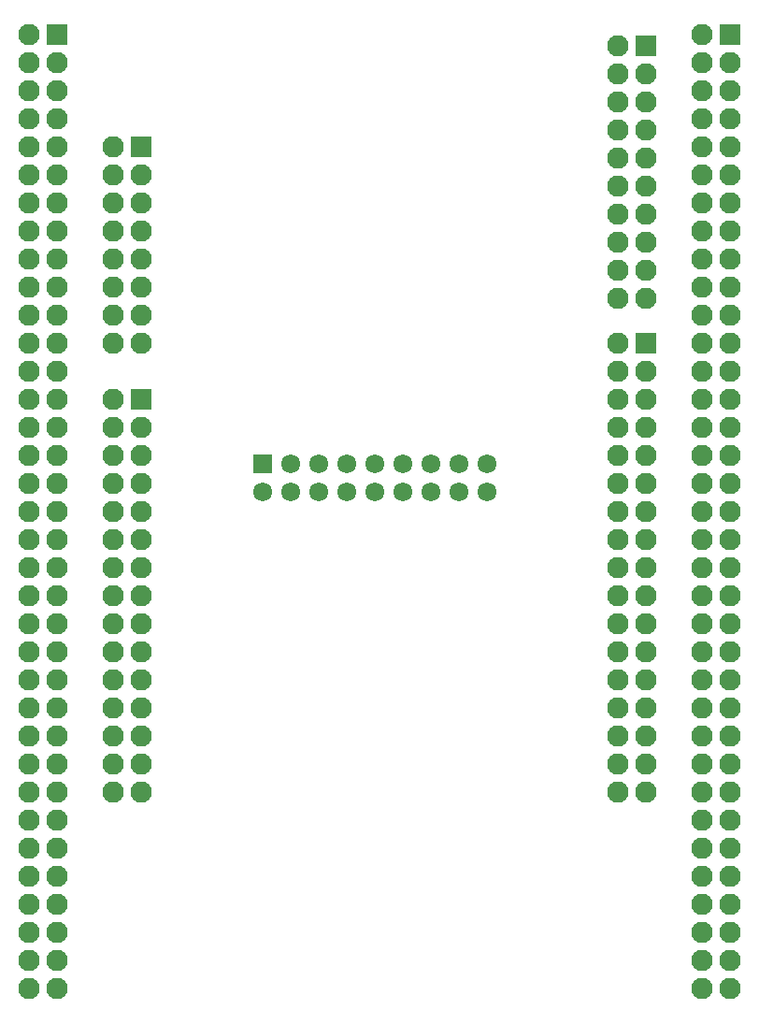
<source format=gts>
G04*
G04 #@! TF.GenerationSoftware,Altium Limited,Altium Designer,21.9.2 (33)*
G04*
G04 Layer_Color=8388736*
%FSTAX24Y24*%
%MOIN*%
G70*
G04*
G04 #@! TF.SameCoordinates,13D17465-D8B6-41DB-B493-114FC984BDD6*
G04*
G04*
G04 #@! TF.FilePolarity,Negative*
G04*
G01*
G75*
%ADD11R,0.0768X0.0768*%
%ADD12C,0.0768*%
%ADD13C,0.0678*%
%ADD14R,0.0678X0.0678*%
D11*
X035669Y049225D02*
D03*
X011669Y049235D02*
D03*
X032669Y038235D02*
D03*
X014669Y036235D02*
D03*
Y045235D02*
D03*
X032669Y048835D02*
D03*
D12*
X035669Y048225D02*
D03*
Y047225D02*
D03*
Y046225D02*
D03*
X034669Y047225D02*
D03*
Y048225D02*
D03*
Y049225D02*
D03*
Y046225D02*
D03*
Y043225D02*
D03*
Y045225D02*
D03*
Y044225D02*
D03*
X035669Y043225D02*
D03*
Y044225D02*
D03*
Y045225D02*
D03*
Y040225D02*
D03*
Y039225D02*
D03*
Y038225D02*
D03*
X034669Y039225D02*
D03*
Y040225D02*
D03*
Y038225D02*
D03*
Y041225D02*
D03*
Y042225D02*
D03*
X035669Y041225D02*
D03*
Y042225D02*
D03*
Y032225D02*
D03*
Y031225D02*
D03*
X034669Y032225D02*
D03*
Y031225D02*
D03*
Y030225D02*
D03*
Y029225D02*
D03*
X035669D02*
D03*
Y030225D02*
D03*
Y035225D02*
D03*
Y034225D02*
D03*
Y033225D02*
D03*
X034669Y034225D02*
D03*
Y035225D02*
D03*
Y033225D02*
D03*
Y036225D02*
D03*
Y037225D02*
D03*
X035669Y036225D02*
D03*
Y037225D02*
D03*
Y028225D02*
D03*
X034669D02*
D03*
X035669Y016225D02*
D03*
Y015225D02*
D03*
X034669Y016225D02*
D03*
Y015225D02*
D03*
X035669Y021225D02*
D03*
Y020225D02*
D03*
X034669Y021225D02*
D03*
Y020225D02*
D03*
Y017225D02*
D03*
Y019225D02*
D03*
Y018225D02*
D03*
X035669Y017225D02*
D03*
Y018225D02*
D03*
Y019225D02*
D03*
Y024225D02*
D03*
Y023225D02*
D03*
Y022225D02*
D03*
X034669Y023225D02*
D03*
Y024225D02*
D03*
Y022225D02*
D03*
Y025225D02*
D03*
Y027225D02*
D03*
Y026225D02*
D03*
X035669Y025225D02*
D03*
Y026225D02*
D03*
Y027225D02*
D03*
X011669Y048235D02*
D03*
Y047235D02*
D03*
Y046235D02*
D03*
X010669Y047235D02*
D03*
Y048235D02*
D03*
Y049235D02*
D03*
Y046235D02*
D03*
Y043235D02*
D03*
Y045235D02*
D03*
Y044235D02*
D03*
X011669Y043235D02*
D03*
Y044235D02*
D03*
Y045235D02*
D03*
Y040235D02*
D03*
Y039235D02*
D03*
Y038235D02*
D03*
X010669Y039235D02*
D03*
Y040235D02*
D03*
Y038235D02*
D03*
Y041235D02*
D03*
Y042235D02*
D03*
X011669Y041235D02*
D03*
Y042235D02*
D03*
Y032235D02*
D03*
Y031235D02*
D03*
X010669Y032235D02*
D03*
Y031235D02*
D03*
Y030235D02*
D03*
Y029235D02*
D03*
X011669D02*
D03*
Y030235D02*
D03*
Y035235D02*
D03*
Y034235D02*
D03*
Y033235D02*
D03*
X010669Y034235D02*
D03*
Y035235D02*
D03*
Y033235D02*
D03*
Y036235D02*
D03*
Y037235D02*
D03*
X011669Y036235D02*
D03*
Y037235D02*
D03*
Y028235D02*
D03*
X010669D02*
D03*
X011669Y016235D02*
D03*
Y015235D02*
D03*
X010669Y016235D02*
D03*
Y015235D02*
D03*
X011669Y021235D02*
D03*
Y020235D02*
D03*
X010669Y021235D02*
D03*
Y020235D02*
D03*
Y017235D02*
D03*
Y019235D02*
D03*
Y018235D02*
D03*
X011669Y017235D02*
D03*
Y018235D02*
D03*
Y019235D02*
D03*
Y024235D02*
D03*
Y023235D02*
D03*
Y022235D02*
D03*
X010669Y023235D02*
D03*
Y024235D02*
D03*
Y022235D02*
D03*
Y025235D02*
D03*
Y027235D02*
D03*
Y026235D02*
D03*
X011669Y025235D02*
D03*
Y026235D02*
D03*
Y027235D02*
D03*
X031669Y023235D02*
D03*
X032669Y028235D02*
D03*
Y027235D02*
D03*
Y026235D02*
D03*
Y025235D02*
D03*
Y024235D02*
D03*
Y033235D02*
D03*
Y032235D02*
D03*
Y031235D02*
D03*
Y030235D02*
D03*
Y029235D02*
D03*
X031669Y038235D02*
D03*
X032669Y037235D02*
D03*
Y036235D02*
D03*
Y035235D02*
D03*
Y034235D02*
D03*
X031669Y024235D02*
D03*
Y025235D02*
D03*
Y026235D02*
D03*
Y027235D02*
D03*
Y028235D02*
D03*
Y031235D02*
D03*
Y032235D02*
D03*
Y035235D02*
D03*
Y036235D02*
D03*
Y037235D02*
D03*
Y034235D02*
D03*
Y033235D02*
D03*
Y030235D02*
D03*
Y029235D02*
D03*
X032669Y023235D02*
D03*
X031669Y022235D02*
D03*
X032669D02*
D03*
X014669Y026235D02*
D03*
Y025235D02*
D03*
Y024235D02*
D03*
Y023235D02*
D03*
Y022235D02*
D03*
Y031235D02*
D03*
Y030235D02*
D03*
Y029235D02*
D03*
Y028235D02*
D03*
Y027235D02*
D03*
X013669Y036235D02*
D03*
X014669Y035235D02*
D03*
Y034235D02*
D03*
Y033235D02*
D03*
Y032235D02*
D03*
X013669Y022235D02*
D03*
Y023235D02*
D03*
Y024235D02*
D03*
Y025235D02*
D03*
Y026235D02*
D03*
Y029235D02*
D03*
Y030235D02*
D03*
Y033235D02*
D03*
Y034235D02*
D03*
Y035235D02*
D03*
Y032235D02*
D03*
Y031235D02*
D03*
Y028235D02*
D03*
Y027235D02*
D03*
X014669Y040235D02*
D03*
Y039235D02*
D03*
Y038235D02*
D03*
X013669Y045235D02*
D03*
X014669Y044235D02*
D03*
Y043235D02*
D03*
Y042235D02*
D03*
Y041235D02*
D03*
X013669Y038235D02*
D03*
Y039235D02*
D03*
Y042235D02*
D03*
Y043235D02*
D03*
Y044235D02*
D03*
Y041235D02*
D03*
Y040235D02*
D03*
X031669Y039835D02*
D03*
Y040835D02*
D03*
Y043835D02*
D03*
Y044835D02*
D03*
Y047835D02*
D03*
Y046835D02*
D03*
Y045835D02*
D03*
Y042835D02*
D03*
Y041835D02*
D03*
X032669Y044835D02*
D03*
Y045835D02*
D03*
Y046835D02*
D03*
Y047835D02*
D03*
X031669Y048835D02*
D03*
X032669Y039835D02*
D03*
Y040835D02*
D03*
Y041835D02*
D03*
Y042835D02*
D03*
Y043835D02*
D03*
D13*
X019007Y032923D02*
D03*
X020007D02*
D03*
X021007D02*
D03*
X022007D02*
D03*
X023007D02*
D03*
X024007D02*
D03*
X025007D02*
D03*
X026007D02*
D03*
X027007D02*
D03*
Y033923D02*
D03*
X026007D02*
D03*
X025007D02*
D03*
X024007D02*
D03*
X023007D02*
D03*
X022007D02*
D03*
X021007D02*
D03*
X020007D02*
D03*
D14*
X019007D02*
D03*
M02*

</source>
